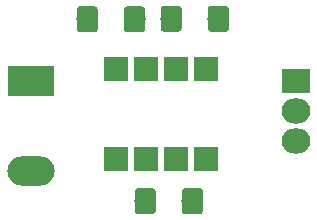
<source format=gts>
%TF.GenerationSoftware,KiCad,Pcbnew,(5.0.0)*%
%TF.CreationDate,2018-10-04T12:31:17-06:00*%
%TF.ProjectId,Ejemplo,456A656D706C6F2E6B696361645F7063,1.0*%
%TF.SameCoordinates,Original*%
%TF.FileFunction,Soldermask,Top*%
%TF.FilePolarity,Negative*%
%FSLAX46Y46*%
G04 Gerber Fmt 4.6, Leading zero omitted, Abs format (unit mm)*
G04 Created by KiCad (PCBNEW (5.0.0)) date 10/04/18 12:31:17*
%MOMM*%
%LPD*%
G01*
G04 APERTURE LIST*
%ADD10R,4.000000X2.500000*%
%ADD11O,4.000000X2.500000*%
%ADD12R,2.430000X2.130000*%
%ADD13O,2.430000X2.130000*%
%ADD14C,0.100000*%
%ADD15C,1.800000*%
%ADD16R,2.000000X2.000000*%
G04 APERTURE END LIST*
D10*
X116900000Y-92150000D03*
D11*
X116900000Y-99770000D03*
D12*
X139300000Y-92150000D03*
D13*
X139300000Y-94690000D03*
X139300000Y-97230000D03*
D14*
G36*
X131160078Y-101201548D02*
X131191280Y-101206176D01*
X131221878Y-101213841D01*
X131251578Y-101224467D01*
X131280093Y-101237954D01*
X131307148Y-101254170D01*
X131332484Y-101272961D01*
X131355856Y-101294144D01*
X131377039Y-101317516D01*
X131395830Y-101342852D01*
X131412046Y-101369907D01*
X131425533Y-101398422D01*
X131436159Y-101428122D01*
X131443824Y-101458720D01*
X131448452Y-101489922D01*
X131450000Y-101521427D01*
X131450000Y-103078573D01*
X131448452Y-103110078D01*
X131443824Y-103141280D01*
X131436159Y-103171878D01*
X131425533Y-103201578D01*
X131412046Y-103230093D01*
X131395830Y-103257148D01*
X131377039Y-103282484D01*
X131355856Y-103305856D01*
X131332484Y-103327039D01*
X131307148Y-103345830D01*
X131280093Y-103362046D01*
X131251578Y-103375533D01*
X131221878Y-103386159D01*
X131191280Y-103393824D01*
X131160078Y-103398452D01*
X131128573Y-103400000D01*
X129971427Y-103400000D01*
X129939922Y-103398452D01*
X129908720Y-103393824D01*
X129878122Y-103386159D01*
X129848422Y-103375533D01*
X129819907Y-103362046D01*
X129792852Y-103345830D01*
X129767516Y-103327039D01*
X129744144Y-103305856D01*
X129722961Y-103282484D01*
X129704170Y-103257148D01*
X129687954Y-103230093D01*
X129674467Y-103201578D01*
X129663841Y-103171878D01*
X129656176Y-103141280D01*
X129651548Y-103110078D01*
X129650000Y-103078573D01*
X129650000Y-101521427D01*
X129651548Y-101489922D01*
X129656176Y-101458720D01*
X129663841Y-101428122D01*
X129674467Y-101398422D01*
X129687954Y-101369907D01*
X129704170Y-101342852D01*
X129722961Y-101317516D01*
X129744144Y-101294144D01*
X129767516Y-101272961D01*
X129792852Y-101254170D01*
X129819907Y-101237954D01*
X129848422Y-101224467D01*
X129878122Y-101213841D01*
X129908720Y-101206176D01*
X129939922Y-101201548D01*
X129971427Y-101200000D01*
X131128573Y-101200000D01*
X131160078Y-101201548D01*
X131160078Y-101201548D01*
G37*
D15*
X130550000Y-102300000D03*
D14*
G36*
X127160078Y-101201548D02*
X127191280Y-101206176D01*
X127221878Y-101213841D01*
X127251578Y-101224467D01*
X127280093Y-101237954D01*
X127307148Y-101254170D01*
X127332484Y-101272961D01*
X127355856Y-101294144D01*
X127377039Y-101317516D01*
X127395830Y-101342852D01*
X127412046Y-101369907D01*
X127425533Y-101398422D01*
X127436159Y-101428122D01*
X127443824Y-101458720D01*
X127448452Y-101489922D01*
X127450000Y-101521427D01*
X127450000Y-103078573D01*
X127448452Y-103110078D01*
X127443824Y-103141280D01*
X127436159Y-103171878D01*
X127425533Y-103201578D01*
X127412046Y-103230093D01*
X127395830Y-103257148D01*
X127377039Y-103282484D01*
X127355856Y-103305856D01*
X127332484Y-103327039D01*
X127307148Y-103345830D01*
X127280093Y-103362046D01*
X127251578Y-103375533D01*
X127221878Y-103386159D01*
X127191280Y-103393824D01*
X127160078Y-103398452D01*
X127128573Y-103400000D01*
X125971427Y-103400000D01*
X125939922Y-103398452D01*
X125908720Y-103393824D01*
X125878122Y-103386159D01*
X125848422Y-103375533D01*
X125819907Y-103362046D01*
X125792852Y-103345830D01*
X125767516Y-103327039D01*
X125744144Y-103305856D01*
X125722961Y-103282484D01*
X125704170Y-103257148D01*
X125687954Y-103230093D01*
X125674467Y-103201578D01*
X125663841Y-103171878D01*
X125656176Y-103141280D01*
X125651548Y-103110078D01*
X125650000Y-103078573D01*
X125650000Y-101521427D01*
X125651548Y-101489922D01*
X125656176Y-101458720D01*
X125663841Y-101428122D01*
X125674467Y-101398422D01*
X125687954Y-101369907D01*
X125704170Y-101342852D01*
X125722961Y-101317516D01*
X125744144Y-101294144D01*
X125767516Y-101272961D01*
X125792852Y-101254170D01*
X125819907Y-101237954D01*
X125848422Y-101224467D01*
X125878122Y-101213841D01*
X125908720Y-101206176D01*
X125939922Y-101201548D01*
X125971427Y-101200000D01*
X127128573Y-101200000D01*
X127160078Y-101201548D01*
X127160078Y-101201548D01*
G37*
D15*
X126550000Y-102300000D03*
D14*
G36*
X122260078Y-85801548D02*
X122291280Y-85806176D01*
X122321878Y-85813841D01*
X122351578Y-85824467D01*
X122380093Y-85837954D01*
X122407148Y-85854170D01*
X122432484Y-85872961D01*
X122455856Y-85894144D01*
X122477039Y-85917516D01*
X122495830Y-85942852D01*
X122512046Y-85969907D01*
X122525533Y-85998422D01*
X122536159Y-86028122D01*
X122543824Y-86058720D01*
X122548452Y-86089922D01*
X122550000Y-86121427D01*
X122550000Y-87678573D01*
X122548452Y-87710078D01*
X122543824Y-87741280D01*
X122536159Y-87771878D01*
X122525533Y-87801578D01*
X122512046Y-87830093D01*
X122495830Y-87857148D01*
X122477039Y-87882484D01*
X122455856Y-87905856D01*
X122432484Y-87927039D01*
X122407148Y-87945830D01*
X122380093Y-87962046D01*
X122351578Y-87975533D01*
X122321878Y-87986159D01*
X122291280Y-87993824D01*
X122260078Y-87998452D01*
X122228573Y-88000000D01*
X121071427Y-88000000D01*
X121039922Y-87998452D01*
X121008720Y-87993824D01*
X120978122Y-87986159D01*
X120948422Y-87975533D01*
X120919907Y-87962046D01*
X120892852Y-87945830D01*
X120867516Y-87927039D01*
X120844144Y-87905856D01*
X120822961Y-87882484D01*
X120804170Y-87857148D01*
X120787954Y-87830093D01*
X120774467Y-87801578D01*
X120763841Y-87771878D01*
X120756176Y-87741280D01*
X120751548Y-87710078D01*
X120750000Y-87678573D01*
X120750000Y-86121427D01*
X120751548Y-86089922D01*
X120756176Y-86058720D01*
X120763841Y-86028122D01*
X120774467Y-85998422D01*
X120787954Y-85969907D01*
X120804170Y-85942852D01*
X120822961Y-85917516D01*
X120844144Y-85894144D01*
X120867516Y-85872961D01*
X120892852Y-85854170D01*
X120919907Y-85837954D01*
X120948422Y-85824467D01*
X120978122Y-85813841D01*
X121008720Y-85806176D01*
X121039922Y-85801548D01*
X121071427Y-85800000D01*
X122228573Y-85800000D01*
X122260078Y-85801548D01*
X122260078Y-85801548D01*
G37*
D15*
X121650000Y-86900000D03*
D14*
G36*
X126260078Y-85801548D02*
X126291280Y-85806176D01*
X126321878Y-85813841D01*
X126351578Y-85824467D01*
X126380093Y-85837954D01*
X126407148Y-85854170D01*
X126432484Y-85872961D01*
X126455856Y-85894144D01*
X126477039Y-85917516D01*
X126495830Y-85942852D01*
X126512046Y-85969907D01*
X126525533Y-85998422D01*
X126536159Y-86028122D01*
X126543824Y-86058720D01*
X126548452Y-86089922D01*
X126550000Y-86121427D01*
X126550000Y-87678573D01*
X126548452Y-87710078D01*
X126543824Y-87741280D01*
X126536159Y-87771878D01*
X126525533Y-87801578D01*
X126512046Y-87830093D01*
X126495830Y-87857148D01*
X126477039Y-87882484D01*
X126455856Y-87905856D01*
X126432484Y-87927039D01*
X126407148Y-87945830D01*
X126380093Y-87962046D01*
X126351578Y-87975533D01*
X126321878Y-87986159D01*
X126291280Y-87993824D01*
X126260078Y-87998452D01*
X126228573Y-88000000D01*
X125071427Y-88000000D01*
X125039922Y-87998452D01*
X125008720Y-87993824D01*
X124978122Y-87986159D01*
X124948422Y-87975533D01*
X124919907Y-87962046D01*
X124892852Y-87945830D01*
X124867516Y-87927039D01*
X124844144Y-87905856D01*
X124822961Y-87882484D01*
X124804170Y-87857148D01*
X124787954Y-87830093D01*
X124774467Y-87801578D01*
X124763841Y-87771878D01*
X124756176Y-87741280D01*
X124751548Y-87710078D01*
X124750000Y-87678573D01*
X124750000Y-86121427D01*
X124751548Y-86089922D01*
X124756176Y-86058720D01*
X124763841Y-86028122D01*
X124774467Y-85998422D01*
X124787954Y-85969907D01*
X124804170Y-85942852D01*
X124822961Y-85917516D01*
X124844144Y-85894144D01*
X124867516Y-85872961D01*
X124892852Y-85854170D01*
X124919907Y-85837954D01*
X124948422Y-85824467D01*
X124978122Y-85813841D01*
X125008720Y-85806176D01*
X125039922Y-85801548D01*
X125071427Y-85800000D01*
X126228573Y-85800000D01*
X126260078Y-85801548D01*
X126260078Y-85801548D01*
G37*
D15*
X125650000Y-86900000D03*
D14*
G36*
X133360078Y-85751548D02*
X133391280Y-85756176D01*
X133421878Y-85763841D01*
X133451578Y-85774467D01*
X133480093Y-85787954D01*
X133507148Y-85804170D01*
X133532484Y-85822961D01*
X133555856Y-85844144D01*
X133577039Y-85867516D01*
X133595830Y-85892852D01*
X133612046Y-85919907D01*
X133625533Y-85948422D01*
X133636159Y-85978122D01*
X133643824Y-86008720D01*
X133648452Y-86039922D01*
X133650000Y-86071427D01*
X133650000Y-87628573D01*
X133648452Y-87660078D01*
X133643824Y-87691280D01*
X133636159Y-87721878D01*
X133625533Y-87751578D01*
X133612046Y-87780093D01*
X133595830Y-87807148D01*
X133577039Y-87832484D01*
X133555856Y-87855856D01*
X133532484Y-87877039D01*
X133507148Y-87895830D01*
X133480093Y-87912046D01*
X133451578Y-87925533D01*
X133421878Y-87936159D01*
X133391280Y-87943824D01*
X133360078Y-87948452D01*
X133328573Y-87950000D01*
X132171427Y-87950000D01*
X132139922Y-87948452D01*
X132108720Y-87943824D01*
X132078122Y-87936159D01*
X132048422Y-87925533D01*
X132019907Y-87912046D01*
X131992852Y-87895830D01*
X131967516Y-87877039D01*
X131944144Y-87855856D01*
X131922961Y-87832484D01*
X131904170Y-87807148D01*
X131887954Y-87780093D01*
X131874467Y-87751578D01*
X131863841Y-87721878D01*
X131856176Y-87691280D01*
X131851548Y-87660078D01*
X131850000Y-87628573D01*
X131850000Y-86071427D01*
X131851548Y-86039922D01*
X131856176Y-86008720D01*
X131863841Y-85978122D01*
X131874467Y-85948422D01*
X131887954Y-85919907D01*
X131904170Y-85892852D01*
X131922961Y-85867516D01*
X131944144Y-85844144D01*
X131967516Y-85822961D01*
X131992852Y-85804170D01*
X132019907Y-85787954D01*
X132048422Y-85774467D01*
X132078122Y-85763841D01*
X132108720Y-85756176D01*
X132139922Y-85751548D01*
X132171427Y-85750000D01*
X133328573Y-85750000D01*
X133360078Y-85751548D01*
X133360078Y-85751548D01*
G37*
D15*
X132750000Y-86850000D03*
D14*
G36*
X129360078Y-85751548D02*
X129391280Y-85756176D01*
X129421878Y-85763841D01*
X129451578Y-85774467D01*
X129480093Y-85787954D01*
X129507148Y-85804170D01*
X129532484Y-85822961D01*
X129555856Y-85844144D01*
X129577039Y-85867516D01*
X129595830Y-85892852D01*
X129612046Y-85919907D01*
X129625533Y-85948422D01*
X129636159Y-85978122D01*
X129643824Y-86008720D01*
X129648452Y-86039922D01*
X129650000Y-86071427D01*
X129650000Y-87628573D01*
X129648452Y-87660078D01*
X129643824Y-87691280D01*
X129636159Y-87721878D01*
X129625533Y-87751578D01*
X129612046Y-87780093D01*
X129595830Y-87807148D01*
X129577039Y-87832484D01*
X129555856Y-87855856D01*
X129532484Y-87877039D01*
X129507148Y-87895830D01*
X129480093Y-87912046D01*
X129451578Y-87925533D01*
X129421878Y-87936159D01*
X129391280Y-87943824D01*
X129360078Y-87948452D01*
X129328573Y-87950000D01*
X128171427Y-87950000D01*
X128139922Y-87948452D01*
X128108720Y-87943824D01*
X128078122Y-87936159D01*
X128048422Y-87925533D01*
X128019907Y-87912046D01*
X127992852Y-87895830D01*
X127967516Y-87877039D01*
X127944144Y-87855856D01*
X127922961Y-87832484D01*
X127904170Y-87807148D01*
X127887954Y-87780093D01*
X127874467Y-87751578D01*
X127863841Y-87721878D01*
X127856176Y-87691280D01*
X127851548Y-87660078D01*
X127850000Y-87628573D01*
X127850000Y-86071427D01*
X127851548Y-86039922D01*
X127856176Y-86008720D01*
X127863841Y-85978122D01*
X127874467Y-85948422D01*
X127887954Y-85919907D01*
X127904170Y-85892852D01*
X127922961Y-85867516D01*
X127944144Y-85844144D01*
X127967516Y-85822961D01*
X127992852Y-85804170D01*
X128019907Y-85787954D01*
X128048422Y-85774467D01*
X128078122Y-85763841D01*
X128108720Y-85756176D01*
X128139922Y-85751548D01*
X128171427Y-85750000D01*
X129328573Y-85750000D01*
X129360078Y-85751548D01*
X129360078Y-85751548D01*
G37*
D15*
X128750000Y-86850000D03*
D16*
X124090000Y-98710000D03*
X131710000Y-91090000D03*
X126630000Y-98710000D03*
X129170000Y-91090000D03*
X129170000Y-98710000D03*
X126630000Y-91090000D03*
X131710000Y-98710000D03*
X124090000Y-91090000D03*
M02*

</source>
